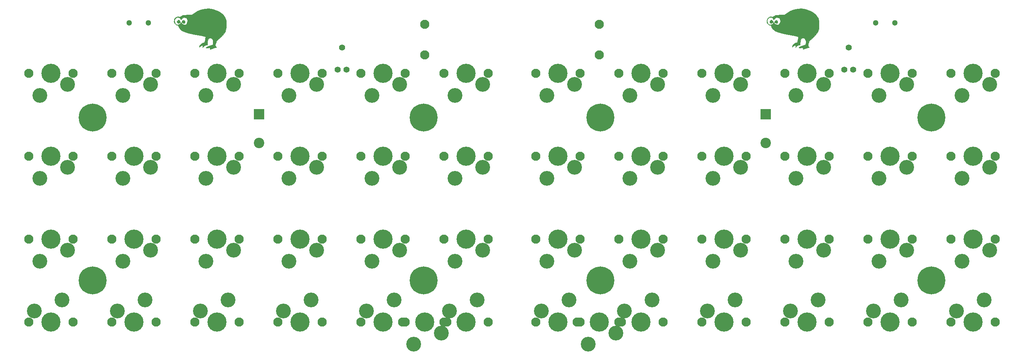
<source format=gts>
G04 #@! TF.GenerationSoftware,KiCad,Pcbnew,5.0-dev-unknown-9241a39~61~ubuntu17.10.1*
G04 #@! TF.CreationDate,2018-07-19T12:56:27+02:00*
G04 #@! TF.ProjectId,vitamins_included,766974616D696E735F696E636C756465,rev?*
G04 #@! TF.SameCoordinates,Original*
G04 #@! TF.FileFunction,Soldermask,Top*
G04 #@! TF.FilePolarity,Negative*
%FSLAX46Y46*%
G04 Gerber Fmt 4.6, Leading zero omitted, Abs format (unit mm)*
G04 Created by KiCad (PCBNEW 5.0-dev-unknown-9241a39~61~ubuntu17.10.1) date Thu Jul 19 12:56:27 2018*
%MOMM*%
%LPD*%
G01*
G04 APERTURE LIST*
%ADD10C,0.010000*%
%ADD11C,3.400000*%
%ADD12C,2.100000*%
%ADD13C,4.400000*%
%ADD14C,6.400000*%
%ADD15C,1.300000*%
%ADD16C,2.400000*%
%ADD17R,2.400000X2.400000*%
%ADD18C,1.390600*%
G04 APERTURE END LIST*
D10*
G36*
X40006148Y-4685709D02*
X40157675Y-4835617D01*
X40195591Y-4936409D01*
X40190035Y-5174006D01*
X40069597Y-5333970D01*
X39880419Y-5391067D01*
X39668640Y-5320063D01*
X39599714Y-5262285D01*
X39487686Y-5118433D01*
X39494031Y-4985259D01*
X39620089Y-4801290D01*
X39809649Y-4670204D01*
X40006148Y-4685709D01*
X40006148Y-4685709D01*
G37*
X40006148Y-4685709D02*
X40157675Y-4835617D01*
X40195591Y-4936409D01*
X40190035Y-5174006D01*
X40069597Y-5333970D01*
X39880419Y-5391067D01*
X39668640Y-5320063D01*
X39599714Y-5262285D01*
X39487686Y-5118433D01*
X39494031Y-4985259D01*
X39620089Y-4801290D01*
X39809649Y-4670204D01*
X40006148Y-4685709D01*
G36*
X38881477Y-4696842D02*
X39032006Y-4840593D01*
X39122698Y-4994418D01*
X39128000Y-5029044D01*
X39064510Y-5156230D01*
X38921001Y-5297052D01*
X38767909Y-5387457D01*
X38725214Y-5395333D01*
X38595490Y-5340710D01*
X38499047Y-5262285D01*
X38391094Y-5106386D01*
X38366000Y-5014333D01*
X38431721Y-4850494D01*
X38580867Y-4699034D01*
X38739925Y-4633333D01*
X38881477Y-4696842D01*
X38881477Y-4696842D01*
G37*
X38881477Y-4696842D02*
X39032006Y-4840593D01*
X39122698Y-4994418D01*
X39128000Y-5029044D01*
X39064510Y-5156230D01*
X38921001Y-5297052D01*
X38767909Y-5387457D01*
X38725214Y-5395333D01*
X38595490Y-5340710D01*
X38499047Y-5262285D01*
X38391094Y-5106386D01*
X38366000Y-5014333D01*
X38431721Y-4850494D01*
X38580867Y-4699034D01*
X38739925Y-4633333D01*
X38881477Y-4696842D01*
G36*
X46587919Y-2162640D02*
X47533817Y-2475473D01*
X47817897Y-2600277D01*
X48461726Y-2963902D01*
X48963271Y-3397037D01*
X49341455Y-3917376D01*
X49449105Y-4125333D01*
X49542579Y-4337867D01*
X49605184Y-4533714D01*
X49642999Y-4755008D01*
X49662106Y-5043888D01*
X49668583Y-5442488D01*
X49669000Y-5649333D01*
X49656755Y-6240491D01*
X49609333Y-6725422D01*
X49510705Y-7135255D01*
X49344844Y-7501121D01*
X49095719Y-7854150D01*
X48747301Y-8225471D01*
X48283563Y-8646215D01*
X48002718Y-8885456D01*
X47724360Y-9151906D01*
X47483992Y-9438996D01*
X47349370Y-9653020D01*
X47223194Y-10001007D01*
X47176915Y-10330932D01*
X47212718Y-10596732D01*
X47298333Y-10729333D01*
X47414614Y-10867107D01*
X47370273Y-10952538D01*
X47166241Y-10984024D01*
X47150167Y-10984160D01*
X46917125Y-11020896D01*
X46617622Y-11114176D01*
X46430500Y-11191932D01*
X45986000Y-11398876D01*
X45986000Y-11179447D01*
X45977846Y-11055307D01*
X45925923Y-10996079D01*
X45789037Y-10987194D01*
X45525998Y-11014083D01*
X45520333Y-11014749D01*
X45214506Y-11032497D01*
X45061604Y-11000446D01*
X45055241Y-10926196D01*
X45189036Y-10817347D01*
X45456602Y-10681499D01*
X45851557Y-10526252D01*
X45963331Y-10487379D01*
X46621000Y-10263666D01*
X46646269Y-9732089D01*
X46653571Y-9431290D01*
X46627955Y-9238641D01*
X46551626Y-9093637D01*
X46414247Y-8943221D01*
X46146932Y-8752804D01*
X45899540Y-8720999D01*
X45684188Y-8837266D01*
X45512992Y-9091062D01*
X45398071Y-9471848D01*
X45354605Y-9865035D01*
X45333200Y-10348333D01*
X45008198Y-10401171D01*
X44662159Y-10535425D01*
X44488352Y-10697504D01*
X44293508Y-10941000D01*
X44293087Y-10660127D01*
X44279886Y-10472971D01*
X44218368Y-10414741D01*
X44102167Y-10437025D01*
X43897207Y-10537971D01*
X43721167Y-10669156D01*
X43530667Y-10843517D01*
X43530667Y-10665921D01*
X43607019Y-10416871D01*
X43808837Y-10175469D01*
X44095265Y-9981145D01*
X44332423Y-9892147D01*
X44514137Y-9843428D01*
X44635376Y-9784764D01*
X44715647Y-9682372D01*
X44774460Y-9502469D01*
X44831324Y-9211271D01*
X44875594Y-8951541D01*
X44912082Y-8636404D01*
X44892707Y-8461178D01*
X44871301Y-8434660D01*
X44765110Y-8404500D01*
X44519487Y-8351391D01*
X44161940Y-8280762D01*
X43719976Y-8198042D01*
X43221102Y-8108660D01*
X43206883Y-8106167D01*
X42264163Y-7931097D01*
X41472947Y-7761267D01*
X40815737Y-7591284D01*
X40275039Y-7415755D01*
X39833355Y-7229289D01*
X39473190Y-7026494D01*
X39297333Y-6901269D01*
X39101039Y-6705169D01*
X38912215Y-6446924D01*
X38767981Y-6185106D01*
X38705460Y-5978285D01*
X38705100Y-5966833D01*
X38643216Y-5848638D01*
X38484533Y-5818666D01*
X38253633Y-5745691D01*
X37986937Y-5540870D01*
X37965963Y-5520230D01*
X37790051Y-5329764D01*
X37708506Y-5171632D01*
X37695587Y-4980024D01*
X37802813Y-4980024D01*
X37903708Y-5283192D01*
X38089163Y-5522767D01*
X38330426Y-5676685D01*
X38598748Y-5722883D01*
X38865377Y-5639295D01*
X38992341Y-5538689D01*
X39147001Y-5364080D01*
X39242492Y-5221189D01*
X39297585Y-5141335D01*
X39352174Y-5221189D01*
X39529948Y-5471103D01*
X39781726Y-5657797D01*
X40043005Y-5733919D01*
X40050763Y-5734000D01*
X40356393Y-5662585D01*
X40588308Y-5473742D01*
X40739752Y-5205575D01*
X40803974Y-4896186D01*
X40774220Y-4583679D01*
X40643737Y-4306155D01*
X40405771Y-4101719D01*
X40345131Y-4073141D01*
X40023880Y-4007522D01*
X39734827Y-4100749D01*
X39466296Y-4351843D01*
X39324116Y-4494384D01*
X39242985Y-4498853D01*
X39236833Y-4486299D01*
X39062030Y-4219682D01*
X38790309Y-4032756D01*
X38656577Y-3991087D01*
X38386300Y-4016958D01*
X38121085Y-4167878D01*
X37910862Y-4405613D01*
X37815228Y-4635328D01*
X37802813Y-4980024D01*
X37695587Y-4980024D01*
X37694912Y-4970027D01*
X37709552Y-4784425D01*
X37760090Y-4482176D01*
X37863069Y-4272132D01*
X38017791Y-4109195D01*
X38247827Y-3962143D01*
X38508488Y-3878325D01*
X38745057Y-3867069D01*
X38902815Y-3937708D01*
X38916323Y-3955982D01*
X39006317Y-3957174D01*
X39181535Y-3861292D01*
X39310841Y-3765482D01*
X39457584Y-3651958D01*
X39589168Y-3573600D01*
X39741881Y-3522300D01*
X39952015Y-3489947D01*
X40255860Y-3468432D01*
X40689706Y-3449645D01*
X40731565Y-3448000D01*
X41810087Y-3405666D01*
X42268210Y-3055289D01*
X43057482Y-2550826D01*
X43890098Y-2208836D01*
X44760049Y-2029814D01*
X45661326Y-2014251D01*
X46587919Y-2162640D01*
X46587919Y-2162640D01*
G37*
X46587919Y-2162640D02*
X47533817Y-2475473D01*
X47817897Y-2600277D01*
X48461726Y-2963902D01*
X48963271Y-3397037D01*
X49341455Y-3917376D01*
X49449105Y-4125333D01*
X49542579Y-4337867D01*
X49605184Y-4533714D01*
X49642999Y-4755008D01*
X49662106Y-5043888D01*
X49668583Y-5442488D01*
X49669000Y-5649333D01*
X49656755Y-6240491D01*
X49609333Y-6725422D01*
X49510705Y-7135255D01*
X49344844Y-7501121D01*
X49095719Y-7854150D01*
X48747301Y-8225471D01*
X48283563Y-8646215D01*
X48002718Y-8885456D01*
X47724360Y-9151906D01*
X47483992Y-9438996D01*
X47349370Y-9653020D01*
X47223194Y-10001007D01*
X47176915Y-10330932D01*
X47212718Y-10596732D01*
X47298333Y-10729333D01*
X47414614Y-10867107D01*
X47370273Y-10952538D01*
X47166241Y-10984024D01*
X47150167Y-10984160D01*
X46917125Y-11020896D01*
X46617622Y-11114176D01*
X46430500Y-11191932D01*
X45986000Y-11398876D01*
X45986000Y-11179447D01*
X45977846Y-11055307D01*
X45925923Y-10996079D01*
X45789037Y-10987194D01*
X45525998Y-11014083D01*
X45520333Y-11014749D01*
X45214506Y-11032497D01*
X45061604Y-11000446D01*
X45055241Y-10926196D01*
X45189036Y-10817347D01*
X45456602Y-10681499D01*
X45851557Y-10526252D01*
X45963331Y-10487379D01*
X46621000Y-10263666D01*
X46646269Y-9732089D01*
X46653571Y-9431290D01*
X46627955Y-9238641D01*
X46551626Y-9093637D01*
X46414247Y-8943221D01*
X46146932Y-8752804D01*
X45899540Y-8720999D01*
X45684188Y-8837266D01*
X45512992Y-9091062D01*
X45398071Y-9471848D01*
X45354605Y-9865035D01*
X45333200Y-10348333D01*
X45008198Y-10401171D01*
X44662159Y-10535425D01*
X44488352Y-10697504D01*
X44293508Y-10941000D01*
X44293087Y-10660127D01*
X44279886Y-10472971D01*
X44218368Y-10414741D01*
X44102167Y-10437025D01*
X43897207Y-10537971D01*
X43721167Y-10669156D01*
X43530667Y-10843517D01*
X43530667Y-10665921D01*
X43607019Y-10416871D01*
X43808837Y-10175469D01*
X44095265Y-9981145D01*
X44332423Y-9892147D01*
X44514137Y-9843428D01*
X44635376Y-9784764D01*
X44715647Y-9682372D01*
X44774460Y-9502469D01*
X44831324Y-9211271D01*
X44875594Y-8951541D01*
X44912082Y-8636404D01*
X44892707Y-8461178D01*
X44871301Y-8434660D01*
X44765110Y-8404500D01*
X44519487Y-8351391D01*
X44161940Y-8280762D01*
X43719976Y-8198042D01*
X43221102Y-8108660D01*
X43206883Y-8106167D01*
X42264163Y-7931097D01*
X41472947Y-7761267D01*
X40815737Y-7591284D01*
X40275039Y-7415755D01*
X39833355Y-7229289D01*
X39473190Y-7026494D01*
X39297333Y-6901269D01*
X39101039Y-6705169D01*
X38912215Y-6446924D01*
X38767981Y-6185106D01*
X38705460Y-5978285D01*
X38705100Y-5966833D01*
X38643216Y-5848638D01*
X38484533Y-5818666D01*
X38253633Y-5745691D01*
X37986937Y-5540870D01*
X37965963Y-5520230D01*
X37790051Y-5329764D01*
X37708506Y-5171632D01*
X37695587Y-4980024D01*
X37802813Y-4980024D01*
X37903708Y-5283192D01*
X38089163Y-5522767D01*
X38330426Y-5676685D01*
X38598748Y-5722883D01*
X38865377Y-5639295D01*
X38992341Y-5538689D01*
X39147001Y-5364080D01*
X39242492Y-5221189D01*
X39297585Y-5141335D01*
X39352174Y-5221189D01*
X39529948Y-5471103D01*
X39781726Y-5657797D01*
X40043005Y-5733919D01*
X40050763Y-5734000D01*
X40356393Y-5662585D01*
X40588308Y-5473742D01*
X40739752Y-5205575D01*
X40803974Y-4896186D01*
X40774220Y-4583679D01*
X40643737Y-4306155D01*
X40405771Y-4101719D01*
X40345131Y-4073141D01*
X40023880Y-4007522D01*
X39734827Y-4100749D01*
X39466296Y-4351843D01*
X39324116Y-4494384D01*
X39242985Y-4498853D01*
X39236833Y-4486299D01*
X39062030Y-4219682D01*
X38790309Y-4032756D01*
X38656577Y-3991087D01*
X38386300Y-4016958D01*
X38121085Y-4167878D01*
X37910862Y-4405613D01*
X37815228Y-4635328D01*
X37802813Y-4980024D01*
X37695587Y-4980024D01*
X37694912Y-4970027D01*
X37709552Y-4784425D01*
X37760090Y-4482176D01*
X37863069Y-4272132D01*
X38017791Y-4109195D01*
X38247827Y-3962143D01*
X38508488Y-3878325D01*
X38745057Y-3867069D01*
X38902815Y-3937708D01*
X38916323Y-3955982D01*
X39006317Y-3957174D01*
X39181535Y-3861292D01*
X39310841Y-3765482D01*
X39457584Y-3651958D01*
X39589168Y-3573600D01*
X39741881Y-3522300D01*
X39952015Y-3489947D01*
X40255860Y-3468432D01*
X40689706Y-3449645D01*
X40731565Y-3448000D01*
X41810087Y-3405666D01*
X42268210Y-3055289D01*
X43057482Y-2550826D01*
X43890098Y-2208836D01*
X44760049Y-2029814D01*
X45661326Y-2014251D01*
X46587919Y-2162640D01*
G36*
X182587919Y-2162640D02*
X183533817Y-2475473D01*
X183817897Y-2600277D01*
X184461726Y-2963902D01*
X184963271Y-3397037D01*
X185341455Y-3917376D01*
X185449105Y-4125333D01*
X185542579Y-4337867D01*
X185605184Y-4533714D01*
X185642999Y-4755008D01*
X185662106Y-5043888D01*
X185668583Y-5442488D01*
X185669000Y-5649333D01*
X185656755Y-6240491D01*
X185609333Y-6725422D01*
X185510705Y-7135255D01*
X185344844Y-7501121D01*
X185095719Y-7854150D01*
X184747301Y-8225471D01*
X184283563Y-8646215D01*
X184002718Y-8885456D01*
X183724360Y-9151906D01*
X183483992Y-9438996D01*
X183349370Y-9653020D01*
X183223194Y-10001007D01*
X183176915Y-10330932D01*
X183212718Y-10596732D01*
X183298333Y-10729333D01*
X183414614Y-10867107D01*
X183370273Y-10952538D01*
X183166241Y-10984024D01*
X183150167Y-10984160D01*
X182917125Y-11020896D01*
X182617622Y-11114176D01*
X182430500Y-11191932D01*
X181986000Y-11398876D01*
X181986000Y-11179447D01*
X181977846Y-11055307D01*
X181925923Y-10996079D01*
X181789037Y-10987194D01*
X181525998Y-11014083D01*
X181520333Y-11014749D01*
X181214506Y-11032497D01*
X181061604Y-11000446D01*
X181055241Y-10926196D01*
X181189036Y-10817347D01*
X181456602Y-10681499D01*
X181851557Y-10526252D01*
X181963331Y-10487379D01*
X182621000Y-10263666D01*
X182646269Y-9732089D01*
X182653571Y-9431290D01*
X182627955Y-9238641D01*
X182551626Y-9093637D01*
X182414247Y-8943221D01*
X182146932Y-8752804D01*
X181899540Y-8720999D01*
X181684188Y-8837266D01*
X181512992Y-9091062D01*
X181398071Y-9471848D01*
X181354605Y-9865035D01*
X181333200Y-10348333D01*
X181008198Y-10401171D01*
X180662159Y-10535425D01*
X180488352Y-10697504D01*
X180293508Y-10941000D01*
X180293087Y-10660127D01*
X180279886Y-10472971D01*
X180218368Y-10414741D01*
X180102167Y-10437025D01*
X179897207Y-10537971D01*
X179721167Y-10669156D01*
X179530667Y-10843517D01*
X179530667Y-10665921D01*
X179607019Y-10416871D01*
X179808837Y-10175469D01*
X180095265Y-9981145D01*
X180332423Y-9892147D01*
X180514137Y-9843428D01*
X180635376Y-9784764D01*
X180715647Y-9682372D01*
X180774460Y-9502469D01*
X180831324Y-9211271D01*
X180875594Y-8951541D01*
X180912082Y-8636404D01*
X180892707Y-8461178D01*
X180871301Y-8434660D01*
X180765110Y-8404500D01*
X180519487Y-8351391D01*
X180161940Y-8280762D01*
X179719976Y-8198042D01*
X179221102Y-8108660D01*
X179206883Y-8106167D01*
X178264163Y-7931097D01*
X177472947Y-7761267D01*
X176815737Y-7591284D01*
X176275039Y-7415755D01*
X175833355Y-7229289D01*
X175473190Y-7026494D01*
X175297333Y-6901269D01*
X175101039Y-6705169D01*
X174912215Y-6446924D01*
X174767981Y-6185106D01*
X174705460Y-5978285D01*
X174705100Y-5966833D01*
X174643216Y-5848638D01*
X174484533Y-5818666D01*
X174253633Y-5745691D01*
X173986937Y-5540870D01*
X173965963Y-5520230D01*
X173790051Y-5329764D01*
X173708506Y-5171632D01*
X173695587Y-4980024D01*
X173802813Y-4980024D01*
X173903708Y-5283192D01*
X174089163Y-5522767D01*
X174330426Y-5676685D01*
X174598748Y-5722883D01*
X174865377Y-5639295D01*
X174992341Y-5538689D01*
X175147001Y-5364080D01*
X175242492Y-5221189D01*
X175297585Y-5141335D01*
X175352174Y-5221189D01*
X175529948Y-5471103D01*
X175781726Y-5657797D01*
X176043005Y-5733919D01*
X176050763Y-5734000D01*
X176356393Y-5662585D01*
X176588308Y-5473742D01*
X176739752Y-5205575D01*
X176803974Y-4896186D01*
X176774220Y-4583679D01*
X176643737Y-4306155D01*
X176405771Y-4101719D01*
X176345131Y-4073141D01*
X176023880Y-4007522D01*
X175734827Y-4100749D01*
X175466296Y-4351843D01*
X175324116Y-4494384D01*
X175242985Y-4498853D01*
X175236833Y-4486299D01*
X175062030Y-4219682D01*
X174790309Y-4032756D01*
X174656577Y-3991087D01*
X174386300Y-4016958D01*
X174121085Y-4167878D01*
X173910862Y-4405613D01*
X173815228Y-4635328D01*
X173802813Y-4980024D01*
X173695587Y-4980024D01*
X173694912Y-4970027D01*
X173709552Y-4784425D01*
X173760090Y-4482176D01*
X173863069Y-4272132D01*
X174017791Y-4109195D01*
X174247827Y-3962143D01*
X174508488Y-3878325D01*
X174745057Y-3867069D01*
X174902815Y-3937708D01*
X174916323Y-3955982D01*
X175006317Y-3957174D01*
X175181535Y-3861292D01*
X175310841Y-3765482D01*
X175457584Y-3651958D01*
X175589168Y-3573600D01*
X175741881Y-3522300D01*
X175952015Y-3489947D01*
X176255860Y-3468432D01*
X176689706Y-3449645D01*
X176731565Y-3448000D01*
X177810087Y-3405666D01*
X178268210Y-3055289D01*
X179057482Y-2550826D01*
X179890098Y-2208836D01*
X180760049Y-2029814D01*
X181661326Y-2014251D01*
X182587919Y-2162640D01*
X182587919Y-2162640D01*
G37*
X182587919Y-2162640D02*
X183533817Y-2475473D01*
X183817897Y-2600277D01*
X184461726Y-2963902D01*
X184963271Y-3397037D01*
X185341455Y-3917376D01*
X185449105Y-4125333D01*
X185542579Y-4337867D01*
X185605184Y-4533714D01*
X185642999Y-4755008D01*
X185662106Y-5043888D01*
X185668583Y-5442488D01*
X185669000Y-5649333D01*
X185656755Y-6240491D01*
X185609333Y-6725422D01*
X185510705Y-7135255D01*
X185344844Y-7501121D01*
X185095719Y-7854150D01*
X184747301Y-8225471D01*
X184283563Y-8646215D01*
X184002718Y-8885456D01*
X183724360Y-9151906D01*
X183483992Y-9438996D01*
X183349370Y-9653020D01*
X183223194Y-10001007D01*
X183176915Y-10330932D01*
X183212718Y-10596732D01*
X183298333Y-10729333D01*
X183414614Y-10867107D01*
X183370273Y-10952538D01*
X183166241Y-10984024D01*
X183150167Y-10984160D01*
X182917125Y-11020896D01*
X182617622Y-11114176D01*
X182430500Y-11191932D01*
X181986000Y-11398876D01*
X181986000Y-11179447D01*
X181977846Y-11055307D01*
X181925923Y-10996079D01*
X181789037Y-10987194D01*
X181525998Y-11014083D01*
X181520333Y-11014749D01*
X181214506Y-11032497D01*
X181061604Y-11000446D01*
X181055241Y-10926196D01*
X181189036Y-10817347D01*
X181456602Y-10681499D01*
X181851557Y-10526252D01*
X181963331Y-10487379D01*
X182621000Y-10263666D01*
X182646269Y-9732089D01*
X182653571Y-9431290D01*
X182627955Y-9238641D01*
X182551626Y-9093637D01*
X182414247Y-8943221D01*
X182146932Y-8752804D01*
X181899540Y-8720999D01*
X181684188Y-8837266D01*
X181512992Y-9091062D01*
X181398071Y-9471848D01*
X181354605Y-9865035D01*
X181333200Y-10348333D01*
X181008198Y-10401171D01*
X180662159Y-10535425D01*
X180488352Y-10697504D01*
X180293508Y-10941000D01*
X180293087Y-10660127D01*
X180279886Y-10472971D01*
X180218368Y-10414741D01*
X180102167Y-10437025D01*
X179897207Y-10537971D01*
X179721167Y-10669156D01*
X179530667Y-10843517D01*
X179530667Y-10665921D01*
X179607019Y-10416871D01*
X179808837Y-10175469D01*
X180095265Y-9981145D01*
X180332423Y-9892147D01*
X180514137Y-9843428D01*
X180635376Y-9784764D01*
X180715647Y-9682372D01*
X180774460Y-9502469D01*
X180831324Y-9211271D01*
X180875594Y-8951541D01*
X180912082Y-8636404D01*
X180892707Y-8461178D01*
X180871301Y-8434660D01*
X180765110Y-8404500D01*
X180519487Y-8351391D01*
X180161940Y-8280762D01*
X179719976Y-8198042D01*
X179221102Y-8108660D01*
X179206883Y-8106167D01*
X178264163Y-7931097D01*
X177472947Y-7761267D01*
X176815737Y-7591284D01*
X176275039Y-7415755D01*
X175833355Y-7229289D01*
X175473190Y-7026494D01*
X175297333Y-6901269D01*
X175101039Y-6705169D01*
X174912215Y-6446924D01*
X174767981Y-6185106D01*
X174705460Y-5978285D01*
X174705100Y-5966833D01*
X174643216Y-5848638D01*
X174484533Y-5818666D01*
X174253633Y-5745691D01*
X173986937Y-5540870D01*
X173965963Y-5520230D01*
X173790051Y-5329764D01*
X173708506Y-5171632D01*
X173695587Y-4980024D01*
X173802813Y-4980024D01*
X173903708Y-5283192D01*
X174089163Y-5522767D01*
X174330426Y-5676685D01*
X174598748Y-5722883D01*
X174865377Y-5639295D01*
X174992341Y-5538689D01*
X175147001Y-5364080D01*
X175242492Y-5221189D01*
X175297585Y-5141335D01*
X175352174Y-5221189D01*
X175529948Y-5471103D01*
X175781726Y-5657797D01*
X176043005Y-5733919D01*
X176050763Y-5734000D01*
X176356393Y-5662585D01*
X176588308Y-5473742D01*
X176739752Y-5205575D01*
X176803974Y-4896186D01*
X176774220Y-4583679D01*
X176643737Y-4306155D01*
X176405771Y-4101719D01*
X176345131Y-4073141D01*
X176023880Y-4007522D01*
X175734827Y-4100749D01*
X175466296Y-4351843D01*
X175324116Y-4494384D01*
X175242985Y-4498853D01*
X175236833Y-4486299D01*
X175062030Y-4219682D01*
X174790309Y-4032756D01*
X174656577Y-3991087D01*
X174386300Y-4016958D01*
X174121085Y-4167878D01*
X173910862Y-4405613D01*
X173815228Y-4635328D01*
X173802813Y-4980024D01*
X173695587Y-4980024D01*
X173694912Y-4970027D01*
X173709552Y-4784425D01*
X173760090Y-4482176D01*
X173863069Y-4272132D01*
X174017791Y-4109195D01*
X174247827Y-3962143D01*
X174508488Y-3878325D01*
X174745057Y-3867069D01*
X174902815Y-3937708D01*
X174916323Y-3955982D01*
X175006317Y-3957174D01*
X175181535Y-3861292D01*
X175310841Y-3765482D01*
X175457584Y-3651958D01*
X175589168Y-3573600D01*
X175741881Y-3522300D01*
X175952015Y-3489947D01*
X176255860Y-3468432D01*
X176689706Y-3449645D01*
X176731565Y-3448000D01*
X177810087Y-3405666D01*
X178268210Y-3055289D01*
X179057482Y-2550826D01*
X179890098Y-2208836D01*
X180760049Y-2029814D01*
X181661326Y-2014251D01*
X182587919Y-2162640D01*
G36*
X174881477Y-4696842D02*
X175032006Y-4840593D01*
X175122698Y-4994418D01*
X175128000Y-5029044D01*
X175064510Y-5156230D01*
X174921001Y-5297052D01*
X174767909Y-5387457D01*
X174725214Y-5395333D01*
X174595490Y-5340710D01*
X174499047Y-5262285D01*
X174391094Y-5106386D01*
X174366000Y-5014333D01*
X174431721Y-4850494D01*
X174580867Y-4699034D01*
X174739925Y-4633333D01*
X174881477Y-4696842D01*
X174881477Y-4696842D01*
G37*
X174881477Y-4696842D02*
X175032006Y-4840593D01*
X175122698Y-4994418D01*
X175128000Y-5029044D01*
X175064510Y-5156230D01*
X174921001Y-5297052D01*
X174767909Y-5387457D01*
X174725214Y-5395333D01*
X174595490Y-5340710D01*
X174499047Y-5262285D01*
X174391094Y-5106386D01*
X174366000Y-5014333D01*
X174431721Y-4850494D01*
X174580867Y-4699034D01*
X174739925Y-4633333D01*
X174881477Y-4696842D01*
G36*
X176006148Y-4685709D02*
X176157675Y-4835617D01*
X176195591Y-4936409D01*
X176190035Y-5174006D01*
X176069597Y-5333970D01*
X175880419Y-5391067D01*
X175668640Y-5320063D01*
X175599714Y-5262285D01*
X175487686Y-5118433D01*
X175494031Y-4985259D01*
X175620089Y-4801290D01*
X175809649Y-4670204D01*
X176006148Y-4685709D01*
X176006148Y-4685709D01*
G37*
X176006148Y-4685709D02*
X176157675Y-4835617D01*
X176195591Y-4936409D01*
X176190035Y-5174006D01*
X176069597Y-5333970D01*
X175880419Y-5391067D01*
X175668640Y-5320063D01*
X175599714Y-5262285D01*
X175487686Y-5118433D01*
X175494031Y-4985259D01*
X175620089Y-4801290D01*
X175809649Y-4670204D01*
X176006148Y-4685709D01*
D11*
X45060000Y-21930000D03*
X51410000Y-19390000D03*
D12*
X42520000Y-16850000D03*
X52680000Y-16850000D03*
D13*
X47600000Y-16850000D03*
D11*
X26010000Y-60030000D03*
X32360000Y-57490000D03*
D12*
X23470000Y-54950000D03*
X33630000Y-54950000D03*
D13*
X28550000Y-54950000D03*
D11*
X26010000Y-21930000D03*
X32360000Y-19390000D03*
D12*
X23470000Y-16850000D03*
X33630000Y-16850000D03*
D13*
X28550000Y-16850000D03*
D11*
X102210000Y-60030000D03*
X108560000Y-57490000D03*
D12*
X99670000Y-54950000D03*
X109830000Y-54950000D03*
D13*
X104750000Y-54950000D03*
D11*
X45060000Y-40980000D03*
X51410000Y-38440000D03*
D12*
X42520000Y-35900000D03*
X52680000Y-35900000D03*
D13*
X47600000Y-35900000D03*
D11*
X6960000Y-40980000D03*
X13310000Y-38440000D03*
D12*
X4420000Y-35900000D03*
X14580000Y-35900000D03*
D13*
X9500000Y-35900000D03*
D11*
X83160000Y-40980000D03*
X89510000Y-38440000D03*
D12*
X80620000Y-35900000D03*
X90780000Y-35900000D03*
D13*
X85700000Y-35900000D03*
D11*
X64110000Y-40980000D03*
X70460000Y-38440000D03*
D12*
X61570000Y-35900000D03*
X71730000Y-35900000D03*
D13*
X66650000Y-35900000D03*
D11*
X26010000Y-40980000D03*
X32360000Y-38440000D03*
D12*
X23470000Y-35900000D03*
X33630000Y-35900000D03*
D13*
X28550000Y-35900000D03*
D11*
X83160000Y-60030000D03*
X89510000Y-57490000D03*
D12*
X80620000Y-54950000D03*
X90780000Y-54950000D03*
D13*
X85700000Y-54950000D03*
D11*
X64110000Y-60030000D03*
X70460000Y-57490000D03*
D12*
X61570000Y-54950000D03*
X71730000Y-54950000D03*
D13*
X66650000Y-54950000D03*
D11*
X69190000Y-68920000D03*
X62840000Y-71460000D03*
D12*
X71730000Y-74000000D03*
X61570000Y-74000000D03*
D13*
X66650000Y-74000000D03*
D11*
X6960000Y-21930000D03*
X13310000Y-19390000D03*
D12*
X4420000Y-16850000D03*
X14580000Y-16850000D03*
D13*
X9500000Y-16850000D03*
D11*
X128290000Y-68920000D03*
X121940000Y-71460000D03*
D12*
X130830000Y-74000000D03*
X120670000Y-74000000D03*
D13*
X125750000Y-74000000D03*
D11*
X180360000Y-60030000D03*
X186710000Y-57490000D03*
D12*
X177820000Y-54950000D03*
X187980000Y-54950000D03*
D13*
X182900000Y-54950000D03*
D11*
X218460000Y-40980000D03*
X224810000Y-38440000D03*
D12*
X215920000Y-35900000D03*
X226080000Y-35900000D03*
D13*
X221000000Y-35900000D03*
D11*
X199410000Y-60030000D03*
X205760000Y-57490000D03*
D12*
X196870000Y-54950000D03*
X207030000Y-54950000D03*
D13*
X201950000Y-54950000D03*
D11*
X132735000Y-79080000D03*
X139085000Y-76540000D03*
D12*
X130195000Y-74000000D03*
X140355000Y-74000000D03*
D13*
X135275000Y-74000000D03*
D11*
X147340000Y-68920000D03*
X140990000Y-71460000D03*
D12*
X149880000Y-74000000D03*
X139720000Y-74000000D03*
D13*
X144800000Y-74000000D03*
D11*
X218460000Y-60030000D03*
X224810000Y-57490000D03*
D12*
X215920000Y-54950000D03*
X226080000Y-54950000D03*
D13*
X221000000Y-54950000D03*
D11*
X166390000Y-68920000D03*
X160040000Y-71460000D03*
D12*
X168930000Y-74000000D03*
X158770000Y-74000000D03*
D13*
X163850000Y-74000000D03*
D11*
X199410000Y-40980000D03*
X205760000Y-38440000D03*
D12*
X196870000Y-35900000D03*
X207030000Y-35900000D03*
D13*
X201950000Y-35900000D03*
D11*
X180360000Y-21930000D03*
X186710000Y-19390000D03*
D12*
X177820000Y-16850000D03*
X187980000Y-16850000D03*
D13*
X182900000Y-16850000D03*
D11*
X180360000Y-40980000D03*
X186710000Y-38440000D03*
D12*
X177820000Y-35900000D03*
X187980000Y-35900000D03*
D13*
X182900000Y-35900000D03*
D11*
X223540000Y-68920000D03*
X217190000Y-71460000D03*
D12*
X226080000Y-74000000D03*
X215920000Y-74000000D03*
D13*
X221000000Y-74000000D03*
D11*
X204490000Y-68920000D03*
X198140000Y-71460000D03*
D12*
X207030000Y-74000000D03*
X196870000Y-74000000D03*
D13*
X201950000Y-74000000D03*
D11*
X161310000Y-40980000D03*
X167660000Y-38440000D03*
D12*
X158770000Y-35900000D03*
X168930000Y-35900000D03*
D13*
X163850000Y-35900000D03*
D11*
X161310000Y-60030000D03*
X167660000Y-57490000D03*
D12*
X158770000Y-54950000D03*
X168930000Y-54950000D03*
D13*
X163850000Y-54950000D03*
D11*
X142260000Y-40980000D03*
X148610000Y-38440000D03*
D12*
X139720000Y-35900000D03*
X149880000Y-35900000D03*
D13*
X144800000Y-35900000D03*
D11*
X142260000Y-21930000D03*
X148610000Y-19390000D03*
D12*
X139720000Y-16850000D03*
X149880000Y-16850000D03*
D13*
X144800000Y-16850000D03*
D11*
X199410000Y-21930000D03*
X205760000Y-19390000D03*
D12*
X196870000Y-16850000D03*
X207030000Y-16850000D03*
D13*
X201950000Y-16850000D03*
D11*
X185440000Y-68920000D03*
X179090000Y-71460000D03*
D12*
X187980000Y-74000000D03*
X177820000Y-74000000D03*
D13*
X182900000Y-74000000D03*
D11*
X218460000Y-21930000D03*
X224810000Y-19390000D03*
D12*
X215920000Y-16850000D03*
X226080000Y-16850000D03*
D13*
X221000000Y-16850000D03*
D11*
X142260000Y-60030000D03*
X148610000Y-57490000D03*
D12*
X139720000Y-54950000D03*
X149880000Y-54950000D03*
D13*
X144800000Y-54950000D03*
D11*
X161310000Y-21930000D03*
X167660000Y-19390000D03*
D12*
X158770000Y-16850000D03*
X168930000Y-16850000D03*
D13*
X163850000Y-16850000D03*
D11*
X123210000Y-40980000D03*
X129560000Y-38440000D03*
D12*
X120670000Y-35900000D03*
X130830000Y-35900000D03*
D13*
X125750000Y-35900000D03*
D11*
X123210000Y-21930000D03*
X129560000Y-19390000D03*
D12*
X120670000Y-16850000D03*
X130830000Y-16850000D03*
D13*
X125750000Y-16850000D03*
D11*
X123210000Y-60030000D03*
X129560000Y-57490000D03*
D12*
X120670000Y-54950000D03*
X130830000Y-54950000D03*
D13*
X125750000Y-54950000D03*
D11*
X12040000Y-68920000D03*
X5690000Y-71460000D03*
D12*
X14580000Y-74000000D03*
X4420000Y-74000000D03*
D13*
X9500000Y-74000000D03*
D11*
X102210000Y-40980000D03*
X108560000Y-38440000D03*
D12*
X99670000Y-35900000D03*
X109830000Y-35900000D03*
D13*
X104750000Y-35900000D03*
D11*
X50140000Y-68920000D03*
X43790000Y-71460000D03*
D12*
X52680000Y-74000000D03*
X42520000Y-74000000D03*
D13*
X47600000Y-74000000D03*
D11*
X88240000Y-68920000D03*
X81890000Y-71460000D03*
D12*
X90780000Y-74000000D03*
X80620000Y-74000000D03*
D13*
X85700000Y-74000000D03*
D11*
X92685000Y-79080000D03*
X99035000Y-76540000D03*
D12*
X90145000Y-74000000D03*
X100305000Y-74000000D03*
D13*
X95225000Y-74000000D03*
D11*
X107290000Y-68920000D03*
X100940000Y-71460000D03*
D12*
X109830000Y-74000000D03*
X99670000Y-74000000D03*
D13*
X104750000Y-74000000D03*
D11*
X102210000Y-21930000D03*
X108560000Y-19390000D03*
D12*
X99670000Y-16850000D03*
X109830000Y-16850000D03*
D13*
X104750000Y-16850000D03*
D11*
X45060000Y-60030000D03*
X51410000Y-57490000D03*
D12*
X42520000Y-54950000D03*
X52680000Y-54950000D03*
D13*
X47600000Y-54950000D03*
D11*
X64110000Y-21930000D03*
X70460000Y-19390000D03*
D12*
X61570000Y-16850000D03*
X71730000Y-16850000D03*
D13*
X66650000Y-16850000D03*
D11*
X83160000Y-21930000D03*
X89510000Y-19390000D03*
D12*
X80620000Y-16850000D03*
X90780000Y-16850000D03*
D13*
X85700000Y-16850000D03*
D11*
X6960000Y-60030000D03*
X13310000Y-57490000D03*
D12*
X4420000Y-54950000D03*
X14580000Y-54950000D03*
D13*
X9500000Y-54950000D03*
D11*
X31090000Y-68920000D03*
X24740000Y-71460000D03*
D12*
X33630000Y-74000000D03*
X23470000Y-74000000D03*
D13*
X28550000Y-74000000D03*
D14*
X19000000Y-27000000D03*
X211500000Y-27000000D03*
D15*
X203050000Y-5250000D03*
X198650000Y-5250000D03*
D12*
X135307500Y-5628000D03*
X135307500Y-12628000D03*
D14*
X135500000Y-27000000D03*
X211500000Y-64500000D03*
X135500000Y-64473000D03*
D16*
X173426000Y-32896000D03*
D17*
X173426000Y-26296000D03*
D14*
X95000000Y-27000000D03*
X95000000Y-64500000D03*
D15*
X27450000Y-5250000D03*
X31850000Y-5250000D03*
D17*
X57176000Y-26296000D03*
D16*
X57176000Y-32896000D03*
D12*
X95192500Y-12628000D03*
X95192500Y-5628000D03*
D14*
X19000000Y-64500000D03*
D18*
X76250000Y-10960000D03*
X77266000Y-16040000D03*
X75234000Y-16040000D03*
X191484000Y-16040000D03*
X193516000Y-16040000D03*
X192500000Y-10960000D03*
M02*

</source>
